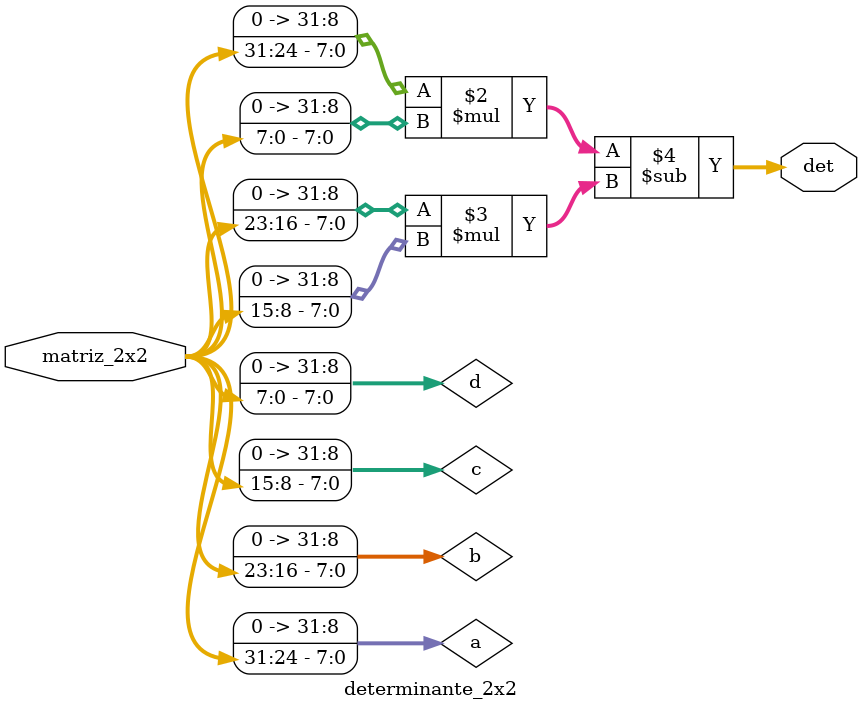
<source format=v>
module determinante_2x2 (
    input signed [31:0] matriz_2x2,  // Matriz 2x2 compactada
    output reg signed [31:0] det     // Resultado do determinante
);

    // Extraindo os elementos da matriz 2x2
    wire signed [31:0] a = matriz_2x2[31:24];
    wire signed [31:0] b = matriz_2x2[23:16];
    wire signed [31:0] c = matriz_2x2[15:8];
    wire signed [31:0] d = matriz_2x2[7:0];

    always @(*) begin
        // Calculando o determinante: det = a * d - b * c
        det = (a * d) - (b * c);
    end

endmodule

</source>
